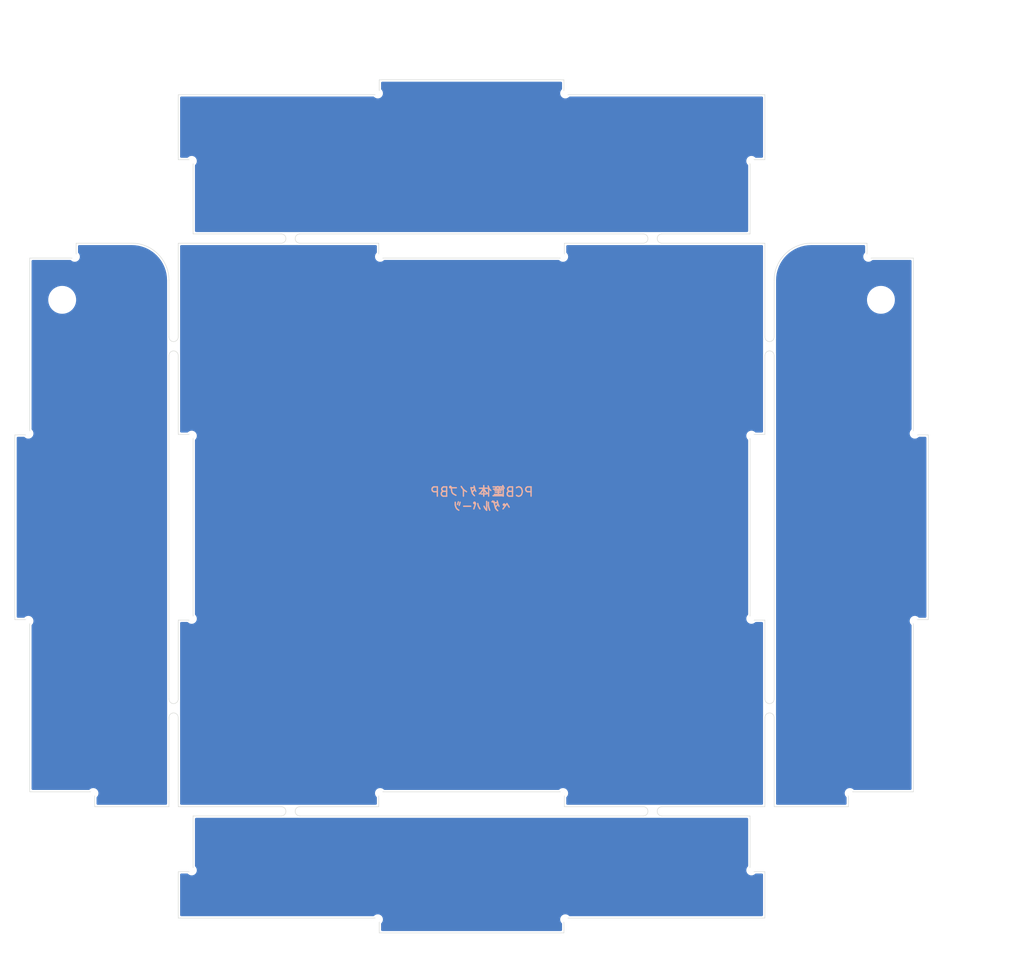
<source format=kicad_pcb>
(kicad_pcb (version 20221018) (generator pcbnew)
  (layers (0 "F.Cu" signal) (31 "B.Cu" signal) (34 "B.Paste" user) (35 "F.Paste" user) (36 "B.SilkS" user "B.Silkscreen") (37 "F.SilkS" user "F.Silkscreen") (38 "B.Mask" user) (39 "F.Mask" user) (44 "Edge.Cuts" user))
  (net 0 "")
  (net 1 "GND")
  (footprint "myFoot:kado_maru" (layer "F.Cu") (at 39.25 -90.3)
    (fp_text reference "r" hide)
    (fp_text value "h" hide)
    (pad "" np_thru_hole circle (at -0.15 -0.15) (size 0.6 0.6) (drill 0.6) (layers "F&B.Cu" "*.Mask"))
  )
  (footprint "myFoot:kado_maru" (layer "F.Cu") (at 8.6 -15.2 90)
    (fp_text reference "r" hide)
    (fp_text value "h" hide)
    (pad "" np_thru_hole circle (at -0.15 -0.15 90) (size 0.6 0.6) (drill 0.6) (layers "F&B.Cu" "*.Mask"))
  )
  (footprint "myFoot:kado_maru" (layer "F.Cu") (at 59.15 -90.3 -90)
    (fp_text reference "r" hide)
    (fp_text value "h" hide)
    (pad "" np_thru_hole circle (at -0.15 -0.15 270) (size 0.6 0.6) (drill 0.6) (layers "F&B.Cu" "*.Mask"))
  )
  (footprint "myFoot:kado_maru" (layer "F.Cu") (at 19.2 -33.7)
    (fp_text reference "r" hide)
    (fp_text value "h" hide)
    (pad "" np_thru_hole circle (at -0.15 -0.15) (size 0.6 0.6) (drill 0.6) (layers "F&B.Cu" "*.Mask"))
  )
  (footprint "myFoot:kado_maru" (layer "F.Cu") (at 79.2 -53.7 180)
    (fp_text reference "r" hide)
    (fp_text value "h" hide)
    (pad "" np_thru_hole circle (at -0.15 -0.15 180) (size 0.6 0.6) (drill 0.6) (layers "F&B.Cu" "*.Mask"))
  )
  (footprint "myFoot:Hole_0.4mm" (layer "F.Cu") (at 93.3 -68.2)
    (fp_text reference "r" hide)
    (fp_text value "h" hide)
    (pad "" np_thru_hole circle (at 0 0) (size 2.5 2.5) (drill 2.5) (layers "F&B.Cu" "*.Mask"))
  )
  (footprint "myFoot:kado_maru" (layer "F.Cu") (at 59.2 -15.2 90)
    (fp_text reference "r" hide)
    (fp_text value "h" hide)
    (pad "" np_thru_hole circle (at -0.15 -0.15 90) (size 0.6 0.6) (drill 0.6) (layers "F&B.Cu" "*.Mask"))
  )
  (footprint "myFoot:kado_maru" (layer "F.Cu") (at 59.2 -72.7)
    (fp_text reference "r" hide)
    (fp_text value "h" hide)
    (pad "" np_thru_hole circle (at -0.15 -0.15) (size 0.6 0.6) (drill 0.6) (layers "F&B.Cu" "*.Mask"))
  )
  (footprint "myFoot:kado_maru" (layer "F.Cu") (at 79.2 -83.3 180)
    (fp_text reference "r" hide)
    (fp_text value "h" hide)
    (pad "" np_thru_hole circle (at -0.15 -0.15 180) (size 0.6 0.6) (drill 0.6) (layers "F&B.Cu" "*.Mask"))
  )
  (footprint "myFoot:kado_maru" (layer "F.Cu") (at 1.6 -33.75 90)
    (fp_text reference "r" hide)
    (fp_text value "h" hide)
    (pad "" np_thru_hole circle (at -0.15 -0.15 90) (size 0.6 0.6) (drill 0.6) (layers "F&B.Cu" "*.Mask"))
  )
  (footprint "myFoot:kado_maru" (layer "F.Cu") (at 19.2 -6.6)
    (fp_text reference "r" hide)
    (fp_text value "h" hide)
    (pad "" np_thru_hole circle (at -0.15 -0.15) (size 0.6 0.6) (drill 0.6) (layers "F&B.Cu" "*.Mask"))
  )
  (footprint "myFoot:kado_maru" (layer "F.Cu") (at 96.8 -33.75 180)
    (fp_text reference "r" hide)
    (fp_text value "h" hide)
    (pad "" np_thru_hole circle (at -0.15 -0.15 180) (size 0.6 0.6) (drill 0.6) (layers "F&B.Cu" "*.Mask"))
  )
  (footprint "myFoot:kado_maru" (layer "F.Cu") (at 39.25 -1.6 90)
    (fp_text reference "r" hide)
    (fp_text value "h" hide)
    (pad "" np_thru_hole circle (at -0.15 -0.15 90) (size 0.6 0.6) (drill 0.6) (layers "F&B.Cu" "*.Mask"))
  )
  (footprint "myFoot:kado_maru" (layer "F.Cu") (at 89.8 -15.2 180)
    (fp_text reference "r" hide)
    (fp_text value "h" hide)
    (pad "" np_thru_hole circle (at -0.15 -0.15 180) (size 0.6 0.6) (drill 0.6) (layers "F&B.Cu" "*.Mask"))
  )
  (footprint "myFoot:kado_maru" (layer "F.Cu") (at 79.2 -33.7 -90)
    (fp_text reference "r" hide)
    (fp_text value "h" hide)
    (pad "" np_thru_hole circle (at -0.15 -0.15 270) (size 0.6 0.6) (drill 0.6) (layers "F&B.Cu" "*.Mask"))
  )
  (footprint "myFoot:kado_maru" (layer "F.Cu") (at 1.6 -53.65)
    (fp_text reference "r" hide)
    (fp_text value "h" hide)
    (pad "" np_thru_hole circle (at -0.15 -0.15) (size 0.6 0.6) (drill 0.6) (layers "F&B.Cu" "*.Mask"))
  )
  (footprint "myFoot:kado_maru" (layer "F.Cu") (at 19.2 -83.3 90)
    (fp_text reference "r" hide)
    (fp_text value "h" hide)
    (pad "" np_thru_hole circle (at -0.15 -0.15 90) (size 0.6 0.6) (drill 0.6) (layers "F&B.Cu" "*.Mask"))
  )
  (footprint "myFoot:kado_maru" (layer "F.Cu") (at 39.2 -72.7 -90)
    (fp_text reference "r" hide)
    (fp_text value "h" hide)
    (pad "" np_thru_hole circle (at -0.15 -0.15 270) (size 0.6 0.6) (drill 0.6) (layers "F&B.Cu" "*.Mask"))
  )
  (footprint "myFoot:kado_maru" (layer "F.Cu") (at 79.2 -6.6 -90)
    (fp_text reference "r" hide)
    (fp_text value "h" hide)
    (pad "" np_thru_hole circle (at -0.15 -0.15 270) (size 0.6 0.6) (drill 0.6) (layers "F&B.Cu" "*.Mask"))
  )
  (footprint "myFoot:kado_maru" (layer "F.Cu") (at 39.2 -15.2 180)
    (fp_text reference "r" hide)
    (fp_text value "h" hide)
    (pad "" np_thru_hole circle (at -0.15 -0.15 180) (size 0.6 0.6) (drill 0.6) (layers "F&B.Cu" "*.Mask"))
  )
  (footprint "myFoot:kado_maru" (layer "F.Cu") (at 59.15 -1.6 180)
    (fp_text reference "r" hide)
    (fp_text value "h" hide)
    (pad "" np_thru_hole circle (at -0.15 -0.15 180) (size 0.6 0.6) (drill 0.6) (layers "F&B.Cu" "*.Mask"))
  )
  (footprint "myFoot:kado_maru" (layer "F.Cu") (at 19.2 -53.7 90)
    (fp_text reference "r" hide)
    (fp_text value "h" hide)
    (pad "" np_thru_hole circle (at -0.15 -0.15 90) (size 0.6 0.6) (drill 0.6) (layers "F&B.Cu" "*.Mask"))
  )
  (footprint "myFoot:Hole_0.4mm" (layer "F.Cu") (at 5.1 -68.2)
    (fp_text reference "r" hide)
    (fp_text value "h" hide)
    (pad "" np_thru_hole circle (at 0 0) (size 2.5 2.5) (drill 2.5) (layers "F&B.Cu" "*.Mask"))
  )
  (footprint "myFoot:kado_maru" (layer "F.Cu") (at 91.8 -72.7 -90)
    (fp_text reference "r" hide)
    (fp_text value "h" hide)
    (pad "" np_thru_hole circle (at -0.15 -0.15 270) (size 0.6 0.6) (drill 0.6) (layers "F&B.Cu" "*.Mask"))
  )
  (footprint "myFoot:kado_maru" (layer "F.Cu") (at 6.6 -72.7)
    (fp_text reference "r" hide)
    (fp_text value "h" hide)
    (pad "" np_thru_hole circle (at -0.15 -0.15) (size 0.6 0.6) (drill 0.6) (layers "F&B.Cu" "*.Mask"))
  )
  (footprint "myFoot:kado_maru" (layer "F.Cu") (at 96.8 -53.65 -90)
    (fp_text reference "r" hide)
    (fp_text value "h" hide)
    (pad "" np_thru_hole circle (at -0.15 -0.15 270) (size 0.6 0.6) (drill 0.6) (layers "F&B.Cu" "*.Mask"))
  )
  (footprint "myFoot:my_pad_6-2mm" (layer "B.Cu") (at 96 -57.2 180)
    (fp_text reference "*" hide)
    (fp_text value "p" hide)
    (pad "1" smd circle (at 0 0 180) (size 0.5 0.5) (layers "B.Cu" "B.Mask") (net 1 "GND"))
    (pad "1" smd circle (at 0 0 180) (size 0.5 0.5) (layers "B.Cu" "B.Mask") (net 1 "GND"))
  )
  (footprint "myFoot:my_pad_6-2mm" (layer "B.Cu") (at 2.5 -58 180)
    (fp_text reference "*" hide)
    (fp_text value "p" hide)
    (pad "1" smd circle (at 0 0 180) (size 0.5 0.5) (layers "B.Cu" "B.Mask") (net 1 "GND"))
    (pad "1" smd circle (at 0 0 180) (size 0.5 0.5) (layers "B.Cu" "B.Mask") (net 1 "GND"))
  )
  (footprint "myFoot:my_pad_6-2mm" (layer "B.Cu") (at 53.6 -2.2 180)
    (fp_text reference "*" hide)
    (fp_text value "p" hide)
    (pad "1" smd circle (at 0 0 180) (size 0.5 0.5) (layers "B.Cu" "B.Mask") (net 1 "GND"))
    (pad "1" smd circle (at 0 0 180) (size 0.5 0.5) (layers "B.Cu" "B.Mask") (net 1 "GND"))
  )
  (footprint "myFoot:my_pad_6-2mm" (layer "B.Cu") (at 78.5 -56.3)
    (fp_text reference "*" hide)
    (fp_text value "p" hide)
    (pad "1" smd circle (at 0 0) (size 1 1) (layers "B.Cu" "B.Mask") (net 1 "GND"))
  )
  (footprint "myFoot:my_pad_6-2mm" (layer "B.Cu") (at 41.7 -89.5 180)
    (fp_text reference "*" hide)
    (fp_text value "p" hide)
    (pad "1" smd circle (at 0 0 180) (size 0.5 0.5) (layers "B.Cu" "B.Mask") (net 1 "GND"))
    (pad "1" smd circle (at 0 0 180) (size 0.5 0.5) (layers "B.Cu" "B.Mask") (net 1 "GND"))
  )
  (gr_line (start 30.7 -12.6) (end 67.7 -12.6) (stroke (width 0.05)) (layer "Edge.Cuts"))
  (gr_line (start 89.8 -13.6) (end 81.8 -13.6) (stroke (width 0.05)) (layer "Edge.Cuts"))
  (gr_line (start 69.7 -13.6) (end 80.8 -13.6) (stroke (width 0.05)) (layer "Edge.Cuts"))
  (gr_line (start 1.6 -53.65) (end 1.6 -72.7) (stroke (width 0.05)) (layer "Edge.Cuts"))
  (gr_line (start 59.2 -15.2) (end 59.2 -13.6) (stroke (width 0.05)) (layer "Edge.Cuts"))
  (gr_line (start 17.712535 -13.6) (end 28.7 -13.6) (stroke (width 0.05)) (layer "Edge.Cuts"))
  (gr_arc (start 12.6 -74.3) (mid 15.428427 -73.128427) (end 16.6 -70.3) (stroke (width 0.05)) (layer "Edge.Cuts"))
  (gr_arc (start 80.8 -62.2) (mid 81.3 -62.7) (end 81.8 -62.2) (stroke (width 0.05)) (layer "Edge.Cuts"))
  (gr_line (start 17.6 -1.6) (end 39.25 -1.6) (stroke (width 0.05)) (layer "Edge.Cuts"))
  (gr_line (start 0 -53.65) (end 1.6 -53.65) (stroke (width 0.05)) (layer "Edge.Cuts"))
  (gr_arc (start 16.6 -23.2) (mid 17.1 -23.7) (end 17.6 -23.2) (stroke (width 0.05)) (layer "Edge.Cuts"))
  (gr_line (start 17.6 -1.6) (end 17.6 -6.6) (stroke (width 0.05)) (layer "Edge.Cuts"))
  (gr_line (start 39.25 0) (end 59.15 0) (stroke (width 0.05)) (layer "Edge.Cuts"))
  (gr_line (start 30.7 -75.3) (end 67.7 -75.3) (stroke (width 0.05)) (layer "Edge.Cuts"))
  (gr_line (start 16.6 -23.2) (end 16.6 -15.2) (stroke (width 0.05)) (layer "Edge.Cuts"))
  (gr_line (start 89.8 -13.6) (end 89.8 -15.2) (stroke (width 0.05)) (layer "Edge.Cuts"))
  (gr_arc (start 80.8 -23.2) (mid 81.3 -23.7) (end 81.8 -23.2) (stroke (width 0.05)) (layer "Edge.Cuts"))
  (gr_line (start 39.25 0) (end 39.25 -1.6) (stroke (width 0.05)) (layer "Edge.Cuts"))
  (gr_line (start 79.2 -33.7) (end 80.8 -33.7) (stroke (width 0.05)) (layer "Edge.Cuts"))
  (gr_line (start 89.8 -15.2) (end 96.8 -15.2) (stroke (width 0.05)) (layer "Edge.Cuts"))
  (gr_line (start 69.7 -12.6) (end 79.2 -12.6) (stroke (width 0.05)) (layer "Edge.Cuts"))
  (gr_line (start 80.8 -83.3) (end 79.2 -83.3) (stroke (width 0.05)) (layer "Edge.Cuts"))
  (gr_line (start 1.6 -15.2) (end 1.6 -33.75) (stroke (width 0.05)) (layer "Edge.Cuts"))
  (gr_arc (start 30.7 -74.3) (mid 30.2 -74.8) (end 30.7 -75.3) (stroke (width 0.05)) (layer "Edge.Cuts"))
  (gr_line (start 17.6 -74.3) (end 17.6 -64.2) (stroke (width 0.05)) (layer "Edge.Cuts"))
  (gr_line (start 79.2 -83.3) (end 79.2 -75.3) (stroke (width 0.05)) (layer "Edge.Cuts"))
  (gr_line (start 6.6 -74.3) (end 6.6 -72.7) (stroke (width 0.05)) (layer "Edge.Cuts"))
  (gr_arc (start 81.8 -70.3) (mid 82.971573 -73.128427) (end 85.8 -74.3) (stroke (width 0.05)) (layer "Edge.Cuts"))
  (gr_line (start 96.8 -15.2) (end 96.8 -33.75) (stroke (width 0.05)) (layer "Edge.Cuts"))
  (gr_line (start 17.6 -13.6) (end 17.712535 -13.6) (stroke (width 0.05)) (layer "Edge.Cuts"))
  (gr_line (start 19.2 -12.6) (end 28.7 -12.6) (stroke (width 0.05)) (layer "Edge.Cuts"))
  (gr_line (start 69.7 -75.3) (end 79.2 -75.3) (stroke (width 0.05)) (layer "Edge.Cuts"))
  (gr_line (start 67.7 -74.3) (end 59.2 -74.3) (stroke (width 0.05)) (layer "Edge.Cuts"))
  (gr_line (start 19.2 -33.7) (end 17.6 -33.7) (stroke (width 0.05)) (layer "Edge.Cuts"))
  (gr_line (start 59.15 0) (end 59.15 -1.6) (stroke (width 0.05)) (layer "Edge.Cuts"))
  (gr_line (start 80.8 -33.7) (end 80.8 -25.2) (stroke (width 0.05)) (layer "Edge.Cuts"))
  (gr_arc (start 30.7 -12.6) (mid 30.2 -13.1) (end 30.7 -13.6) (stroke (width 0.05)) (layer "Edge.Cuts"))
  (gr_line (start 80.8 -62.2) (end 80.8 -53.7) (stroke (width 0.05)) (layer "Edge.Cuts"))
  (gr_arc (start 69.7 -74.3) (mid 69.2 -74.8) (end 69.7 -75.3) (stroke (width 0.05)) (layer "Edge.Cuts"))
  (gr_arc (start 69.7 -12.6) (mid 69.2 -13.1) (end 69.7 -13.6) (stroke (width 0.05)) (layer "Edge.Cuts"))
  (gr_line (start 80.8 -23.2) (end 80.8 -13.6) (stroke (width 0.05)) (layer "Edge.Cuts"))
  (gr_line (start 19.2 -53.7) (end 17.6 -53.7) (stroke (width 0.05)) (layer "Edge.Cuts"))
  (gr_line (start 98.4 -33.75) (end 96.8 -33.75) (stroke (width 0.05)) (layer "Edge.Cuts"))
  (gr_line (start 98.4 -53.65) (end 96.8 -53.65) (stroke (width 0.05)) (layer "Edge.Cuts"))
  (gr_line (start 8.6 -13.6) (end 16.6 -13.6) (stroke (width 0.05)) (layer "Edge.Cuts"))
  (gr_line (start 19.2 -53.7) (end 19.2 -33.7) (stroke (width 0.05)) (layer "Edge.Cuts"))
  (gr_line (start 85.8 -74.3) (end 91.8 -74.3) (stroke (width 0.05)) (layer "Edge.Cuts"))
  (gr_line (start 98.4 -53.65) (end 98.4 -33.75) (stroke (width 0.05)) (layer "Edge.Cuts"))
  (gr_line (start 16.6 -62.2) (end 16.6 -25.2) (stroke (width 0.05)) (layer "Edge.Cuts"))
  (gr_line (start 59.15 -91.9) (end 39.25 -91.9) (stroke (width 0.05)) (layer "Edge.Cuts"))
  (gr_arc (start 17.6 -25.2) (mid 17.1 -24.7) (end 16.6 -25.2) (stroke (width 0.05)) (layer "Edge.Cuts"))
  (gr_arc (start 28.7 -13.6) (mid 29.2 -13.1) (end 28.7 -12.6) (stroke (width 0.05)) (layer "Edge.Cuts"))
  (gr_arc (start 81.8 -25.2) (mid 81.3 -24.7) (end 80.8 -25.2) (stroke (width 0.05)) (layer "Edge.Cuts"))
  (gr_line (start 17.6 -33.7) (end 17.6 -25.2) (stroke (width 0.05)) (layer "Edge.Cuts"))
  (gr_line (start 59.2 -74.3) (end 59.2 -72.7) (stroke (width 0.05)) (layer "Edge.Cuts"))
  (gr_line (start 19.2 -6.6) (end 19.2 -12.6) (stroke (width 0.05)) (layer "Edge.Cuts"))
  (gr_line (start 1.6 -72.7) (end 6.6 -72.7) (stroke (width 0.05)) (layer "Edge.Cuts"))
  (gr_line (start 39.25 -91.9) (end 39.25 -90.3) (stroke (width 0.05)) (layer "Edge.Cuts"))
  (gr_line (start 59.15 -90.3) (end 80.8 -90.3) (stroke (width 0.05)) (layer "Edge.Cuts"))
  (gr_line (start 17.6 -23.2) (end 17.6 -13.6) (stroke (width 0.05)) (layer "Edge.Cuts"))
  (gr_line (start 80.8 -74.3) (end 80.8 -64.2) (stroke (width 0.05)) (layer "Edge.Cuts"))
  (gr_line (start 39.2 -74.3) (end 30.7 -74.3) (stroke (width 0.05)) (layer "Edge.Cuts"))
  (gr_line (start 91.8 -74.3) (end 91.8 -72.7) (stroke (width 0.05)) (layer "Edge.Cuts"))
  (gr_line (start 16.6 -70.3) (end 16.6 -64.2) (stroke (width 0.05)) (layer "Edge.Cuts"))
  (gr_line (start 17.6 -83.3) (end 19.2 -83.3) (stroke (width 0.05)) (layer "Edge.Cuts"))
  (gr_arc (start 81.8 -64.2) (mid 81.3 -63.7) (end 80.8 -64.2) (stroke (width 0.05)) (layer "Edge.Cuts"))
  (gr_line (start 80.8 -90.3) (end 80.8 -83.3) (stroke (width 0.05)) (layer "Edge.Cuts"))
  (gr_line (start 81.8 -62.2) (end 81.8 -25.2) (stroke (width 0.05)) (layer "Edge.Cuts"))
  (gr_line (start 8.6 -13.6) (end 8.6 -15.2) (stroke (width 0.05)) (layer "Edge.Cuts"))
  (gr_line (start 28.7 -74.3) (end 17.6 -74.3) (stroke (width 0.05)) (layer "Edge.Cuts"))
  (gr_line (start 80.8 -74.3) (end 69.7 -74.3) (stroke (width 0.05)) (layer "Edge.Cuts"))
  (gr_line (start 39.2 -74.3) (end 39.2 -72.7) (stroke (width 0.05)) (layer "Edge.Cuts"))
  (gr_line (start 80.8 -1.6) (end 80.8 -6.6) (stroke (width 0.05)) (layer "Edge.Cuts"))
  (gr_line (start 81.8 -23.2) (end 81.8 -15.2) (stroke (width 0.05)) (layer "Edge.Cuts"))
  (gr_line (start 59.2 -15.2) (end 39.2 -15.2) (stroke (width 0.05)) (layer "Edge.Cuts"))
  (gr_line (start 0 -53.65) (end 0 -33.75) (stroke (width 0.05)) (layer "Edge.Cuts"))
  (gr_line (start 59.2 -13.6) (end 67.7 -13.6) (stroke (width 0.05)) (layer "Edge.Cuts"))
  (gr_arc (start 28.7 -75.3) (mid 29.2 -74.8) (end 28.7 -74.3) (stroke (width 0.05)) (layer "Edge.Cuts"))
  (gr_line (start 39.2 -15.2) (end 39.2 -13.6) (stroke (width 0.05)) (layer "Edge.Cuts"))
  (gr_arc (start 16.6 -62.2) (mid 17.1 -62.7) (end 17.6 -62.2) (stroke (width 0.05)) (layer "Edge.Cuts"))
  (gr_line (start 79.2 -33.7) (end 79.2 -53.7) (stroke (width 0.05)) (layer "Edge.Cuts"))
  (gr_line (start 8.6 -15.2) (end 1.6 -15.2) (stroke (width 0.05)) (layer "Edge.Cuts"))
  (gr_line (start 30.7 -13.6) (end 39.2 -13.6) (stroke (width 0.05)) (layer "Edge.Cuts"))
  (gr_line (start 59.15 -1.6) (end 80.8 -1.6) (stroke (width 0.05)) (layer "Edge.Cuts"))
  (gr_line (start 19.2 -75.3) (end 28.7 -75.3) (stroke (width 0.05)) (layer "Edge.Cuts"))
  (gr_line (start 17.6 -90.3) (end 39.25 -90.3) (stroke (width 0.05)) (layer "Edge.Cuts"))
  (gr_arc (start 17.6 -64.2) (mid 17.1 -63.7) (end 16.6 -64.2) (stroke (width 0.05)) (layer "Edge.Cuts"))
  (gr_line (start 79.2 -6.6) (end 79.2 -12.6) (stroke (width 0.05)) (layer "Edge.Cuts"))
  (gr_arc (start 67.7 -13.6) (mid 68.2 -13.1) (end 67.7 -12.6) (stroke (width 0.05)) (layer "Edge.Cuts"))
  (gr_line (start 96.8 -53.65) (end 96.8 -72.7) (stroke (width 0.05)) (layer "Edge.Cuts"))
  (gr_line (start 17.6 -6.6) (end 19.2 -6.6) (stroke (width 0.05)) (layer "Edge.Cuts"))
  (gr_line (start 59.15 -91.9) (end 59.15 -90.3) (stroke (width 0.05)) (layer "Edge.Cuts"))
  (gr_line (start 0 -33.75) (end 1.6 -33.75) (stroke (width 0.05)) (layer "Edge.Cuts"))
  (gr_line (start 39.2 -72.7) (end 59.2 -72.7) (stroke (width 0.05)) (layer "Edge.Cuts"))
  (gr_line (start 81.8 -70.3) (end 81.8 -64.2) (stroke (width 0.05)) (layer "Edge.Cuts"))
  (gr_line (start 80.8 -6.6) (end 79.2 -6.6) (stroke (width 0.05)) (layer "Edge.Cuts"))
  (gr_line (start 96.8 -72.7) (end 91.8 -72.7) (stroke (width 0.05)) (layer "Edge.Cuts"))
  (gr_arc (start 67.7 -75.3) (mid 68.2 -74.8) (end 67.7 -74.3) (stroke (width 0.05)) (layer "Edge.Cuts"))
  (gr_line (start 12.6 -74.3) (end 6.6 -74.3) (stroke (width 0.05)) (layer "Edge.Cuts"))
  (gr_line (start 80.8 -53.7) (end 79.2 -53.7) (stroke (width 0.05)) (layer "Edge.Cuts"))
  (gr_line (start 16.6 -13.6) (end 16.6 -15.2) (stroke (width 0.05)) (layer "Edge.Cuts"))
  (gr_line (start 19.2 -83.3) (end 19.2 -75.3) (stroke (width 0.05)) (layer "Edge.Cuts"))
  (gr_line (start 81.8 -13.6) (end 81.8 -15.2) (stroke (width 0.05)) (layer "Edge.Cuts"))
  (gr_line (start 17.6 -62.2) (end 17.6 -53.7) (stroke (width 0.05)) (layer "Edge.Cuts"))
  (gr_line (start 17.6 -90.3) (end 17.6 -83.3) (stroke (width 0.05)) (layer "Edge.Cuts"))
  (gr_text "PCB筐体タイプBP\nペダルパーツ" (at 50.3 -46.7) (layer "B.SilkS") (effects (font (size 1 1)) (justify mirror)))
  (zone (net 0) (net_name "") (layers "F&B.Cu") (connect_pads yes (clearance 0)) (min_thickness 0.25)
    (keepout (tracks not_allowed) (vias not_allowed) (pads not_allowed) (copperpour not_allowed) (footprints allowed))
    (fill (thermal_gap 0.508) (thermal_bridge_width 0.508))
    (polygon (pts (xy 70.2 -13.8) (xy 70.2 -12.4) (xy 67.2 -12.4) (xy 67.2 -13.8)))
  )
  (zone (net 0) (net_name "") (layers "F&B.Cu") (connect_pads yes (clearance 0)) (min_thickness 0.25)
    (keepout (tracks not_allowed) (vias not_allowed) (pads not_allowed) (copperpour not_allowed) (footprints allowed))
    (fill (thermal_gap 0.508) (thermal_bridge_width 0.508))
    (polygon (pts (xy 31.2 -13.8) (xy 31.2 -12.4) (xy 28.2 -12.4) (xy 28.2 -13.8)))
  )
  (zone (net 0) (net_name "") (layers "F&B.Cu") (connect_pads yes (clearance 0)) (min_thickness 0.25)
    (keepout (tracks not_allowed) (vias not_allowed) (pads not_allowed) (copperpour not_allowed) (footprints allowed))
    (fill (thermal_gap 0.508) (thermal_bridge_width 0.508))
    (polygon (pts (xy 17.8 -22.8) (xy 16.4 -22.8) (xy 16.4 -25.8) (xy 17.8 -25.8)))
  )
  (zone (net 0) (net_name "") (layers "F&B.Cu") (connect_pads yes (clearance 0)) (min_thickness 0.25)
    (keepout (tracks not_allowed) (vias not_allowed) (pads not_allowed) (copperpour not_allowed) (footprints allowed))
    (fill (thermal_gap 0.508) (thermal_bridge_width 0.508))
    (polygon (pts (xy 70.2 -75.5) (xy 70.2 -74.1) (xy 67.2 -74.1) (xy 67.2 -75.5)))
  )
  (zone (net 0) (net_name "") (layers "F&B.Cu") (connect_pads yes (clearance 0)) (min_thickness 0.25)
    (keepout (tracks not_allowed) (vias not_allowed) (pads not_allowed) (copperpour not_allowed) (footprints allowed))
    (fill (thermal_gap 0.508) (thermal_bridge_width 0.508))
    (polygon (pts (xy 82 -61.8) (xy 80.6 -61.8) (xy 80.6 -64.8) (xy 82 -64.8)))
  )
  (zone (net 0) (net_name "") (layers "F&B.Cu") (connect_pads yes (clearance 0)) (min_thickness 0.25)
    (keepout (tracks not_allowed) (vias not_allowed) (pads not_allowed) (copperpour not_allowed) (footprints allowed))
    (fill (thermal_gap 0.508) (thermal_bridge_width 0.508))
    (polygon (pts (xy 82 -22.7) (xy 80.6 -22.7) (xy 80.6 -25.7) (xy 82 -25.7)))
  )
  (zone (net 0) (net_name "") (layers "F&B.Cu") (connect_pads yes (clearance 0)) (min_thickness 0.25)
    (keepout (tracks not_allowed) (vias not_allowed) (pads not_allowed) (copperpour not_allowed) (footprints allowed))
    (fill (thermal_gap 0.508) (thermal_bridge_width 0.508))
    (polygon (pts (xy 31.2 -75.5) (xy 31.2 -74.1) (xy 28.2 -74.1) (xy 28.2 -75.5)))
  )
  (zone (net 0) (net_name "") (layers "F&B.Cu") (connect_pads yes (clearance 0)) (min_thickness 0.25)
    (keepout (tracks not_allowed) (vias not_allowed) (pads not_allowed) (copperpour not_allowed) (footprints allowed))
    (fill (thermal_gap 0.508) (thermal_bridge_width 0.508))
    (polygon (pts (xy 17.8 -61.7) (xy 16.4 -61.7) (xy 16.4 -64.7) (xy 17.8 -64.7)))
  )
  (zone (net 1) (net_name "GND") (layer "B.Cu") (connect_pads yes (clearance 0.25)) (min_thickness 0.25) (fill yes (thermal_gap 0.508) (thermal_bridge_width 0.508))
    (polygon (pts (xy 100.4 1.5) (xy -1.6 1.5) (xy -1.6 -100.5) (xy 100.4 -100.5)))
  )
)
</source>
